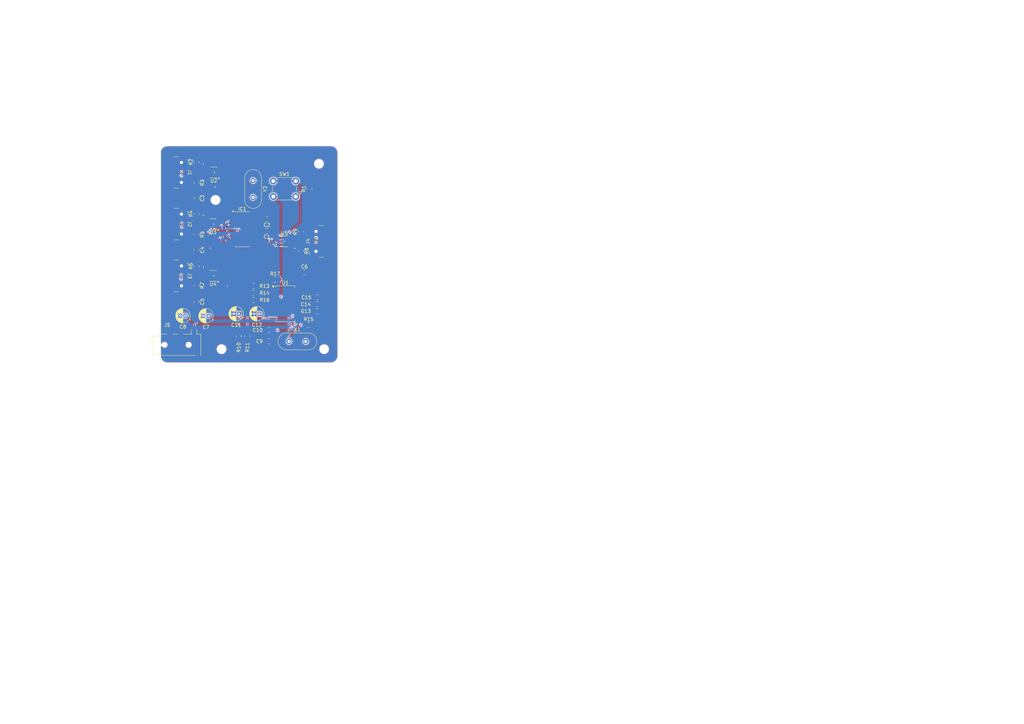
<source format=kicad_pcb>
(kicad_pcb (version 20241229) (generator "pcbnew") (generator_version "9.0")
  (layers (0 "F.Cu" signal) (2 "B.Cu" signal) (13 "F.Paste" user) (15 "B.Paste" user) (5 "F.SilkS" user "F.Silkscreen") (7 "B.SilkS" user "B.Silkscreen") (1 "F.Mask" user) (3 "B.Mask" user) (25 "Edge.Cuts" user))
  (net 0 "")
  (net 1 "Net-(IC1-VDD33)")
  (net 2 "GND")
  (net 3 "Net-(IC1-VDD18)")
  (net 4 "+5V")
  (net 5 "Net-(U1-VOUTL)")
  (net 6 "/L_Out")
  (net 7 "Net-(U1-VOUTR)")
  (net 8 "/R_Out")
  (net 9 "Net-(U1-XTI)")
  (net 10 "Net-(U1-XTO)")
  (net 11 "Net-(U1-VCCCI)")
  (net 12 "Net-(U1-VCOM)")
  (net 13 "Net-(U1-VCCP1I)")
  (net 14 "Net-(U1-VCCP2I)")
  (net 15 "Net-(U1-VCCXI)")
  (net 16 "/D3-")
  (net 17 "/D2+")
  (net 18 "/D3+")
  (net 19 "Net-(IC1-XOUT)")
  (net 20 "/D_In+")
  (net 21 "/D1-")
  (net 22 "/D_In-")
  (net 23 "/D_DAC-")
  (net 24 "/D_DAC+")
  (net 25 "Net-(IC1-XIN)")
  (net 26 "/D2-")
  (net 27 "/D1+")
  (net 28 "/D1_Mid-")
  (net 29 "Net-(J1-CC2)")
  (net 30 "Net-(J1-CC1)")
  (net 31 "/D1_Mid+")
  (net 32 "/D2_Mid+")
  (net 33 "/D2_Mid-")
  (net 34 "Net-(J2-CC2)")
  (net 35 "Net-(J2-CC1)")
  (net 36 "/D3_Mid+")
  (net 37 "/D3_Mid-")
  (net 38 "Net-(J3-CC2)")
  (net 39 "Net-(J3-CC1)")
  (net 40 "/D_In_Mid-")
  (net 41 "Net-(J4-CC2)")
  (net 42 "Net-(J4-CC1)")
  (net 43 "/Mute")
  (net 44 "Net-(U1-D+)")
  (net 45 "Net-(U1-D-)")
  (net 46 "Net-(U1-VBUS)")
  (net 47 "Net-(U1-SEL0)")
  (net 61 "/D_In_Mid+")
  (net 63 "Net-(U1-VINL)")
  (net 64 "Net-(U1-VINR)")
  (footprint "Package_TO_SOT_SMD:SOT-23-6" (layer "F.Cu") (at 62 50 180)
    (property "Reference" "U2")
    (property "Value" "USBLC6-2SC6")
  )
  (footprint "Connector_USB:USB_C_Receptacle_GCT_USB4110" (layer "F.Cu") (at 94.29 70 90)
    (property "Reference" "J4")
    (property "Value" "USB_C_Receptacle_USB2.0_16P")
  )
  (footprint "Resistor_SMD:R_0805_2012Metric_Pad1.20x1.40mm_HandSolder" (layer "F.Cu") (at 57 62 90)
    (property "Reference" "R4")
    (property "Value" "56k")
  )
  (footprint "Capacitor_THT:CP_Radial_D4.0mm_P1.50mm" (layer "F.Cu") (at 75.25 91 180)
    (property "Reference" "C12")
    (property "Value" "10uF")
  )
  (footprint "Capacitor_SMD:C_0805_2012Metric_Pad1.18x1.45mm_HandSolder" (layer "F.Cu") (at 57 87.5 -90)
    (property "Reference" "C5")
    (property "Value" "10uF")
  )
  (footprint "Capacitor_SMD:C_0805_2012Metric_Pad1.18x1.45mm_HandSolder" (layer "F.Cu") (at 88.29 79)
    (property "Reference" "C6")
    (property "Value" "10uF")
  )
  (footprint "Package_SO:SSOP-28_5.3x10.2mm_P0.65mm" (layer "F.Cu") (at 82.75 88.075)
    (property "Reference" "U1")
    (property "Value" "PCM2902")
  )
  (footprint "Resistor_SMD:R_0805_2012Metric_Pad1.20x1.40mm_HandSolder" (layer "F.Cu") (at 89.75 54.75 90)
    (property "Reference" "R1")
    (property "Value" "10k")
  )
  (footprint "Resistor_SMD:R_0805_2012Metric_Pad1.20x1.40mm_HandSolder" (layer "F.Cu") (at 57 77.2 90)
    (property "Reference" "R6")
    (property "Value" "56k")
  )
  (footprint "Capacitor_SMD:C_0805_2012Metric_Pad1.18x1.45mm_HandSolder" (layer "F.Cu") (at 77.4 67 180)
    (property "Reference" "C1")
    (property "Value" "10uF")
  )
  (footprint "Resistor_SMD:R_0805_2012Metric_Pad1.20x1.40mm_HandSolder" (layer "F.Cu") (at 57 47 90)
    (property "Reference" "R2")
    (property "Value" "56k")
  )
  (footprint "Resistor_SMD:R_0805_2012Metric_Pad1.20x1.40mm_HandSolder" (layer "F.Cu") (at 57 53 -90)
    (property "Reference" "R3")
    (property "Value" "56k")
  )
  (footprint "Resistor_SMD:R_0805_2012Metric_Pad1.20x1.40mm_HandSolder" (layer "F.Cu") (at 57 82.8 -90)
    (property "Reference" "R7")
    (property "Value" "56k")
  )
  (footprint "Resistor_SMD:R_0805_2012Metric_Pad1.20x1.40mm_HandSolder" (layer "F.Cu") (at 69.25 97.5 90)
    (property "Reference" "R10")
    (property "Value" "10k")
  )
  (footprint "Capacitor_THT:CP_Radial_D4.0mm_P1.50mm" (layer "F.Cu") (at 60.5 91.6 180)
    (property "Reference" "C7")
    (property "Value" "10uF")
  )
  (footprint "Capacitor_SMD:C_0805_2012Metric_Pad1.18x1.45mm_HandSolder" (layer "F.Cu") (at 78 99 180)
    (property "Reference" "C9")
    (property "Value" "10pF")
  )
  (footprint "Connector_USB:USB_C_Receptacle_GCT_USB4110" (layer "F.Cu") (at 50 80 -90)
    (property "Reference" "J3")
    (property "Value" "USB_C_Receptacle_USB2.0_16P")
  )
  (footprint "Resistor_SMD:R_0805_2012Metric_Pad1.20x1.40mm_HandSolder" (layer "F.Cu") (at 71.75 97.5 -90)
    (property "Reference" "R11")
    (property "Value" "10k")
  )
  (footprint "Package_TO_SOT_SMD:SOT-23-6" (layer "F.Cu") (at 82.49 70)
    (property "Reference" "U5")
    (property "Value" "USBLC6-2SC6")
  )
  (footprint "Resistor_SMD:R_0805_2012Metric_Pad1.20x1.40mm_HandSolder" (layer "F.Cu") (at 79.78 81.055)
    (property "Reference" "R17")
    (property "Value" "1.5k")
  )
  (footprint "Capacitor_THT:CP_Radial_D4.0mm_P1.50mm" (layer "F.Cu") (at 53.8 91.55 180)
    (property "Reference" "C8")
    (property "Value" "10uF")
  )
  (footprint "Connector_Audio:Jack_3.5mm_PJ320D_Horizontal" (layer "F.Cu") (at 52.5 100)
    (property "Reference" "J5")
    (property "Value" "AudioJack4")
  )
  (footprint "Resistor_SMD:R_0805_2012Metric_Pad1.20x1.40mm_HandSolder" (layer "F.Cu") (at 87.29 72.8 -90)
    (property "Reference" "R8")
    (property "Value" "5.1k")
  )
  (footprint "Resistor_SMD:R_0805_2012Metric_Pad1.20x1.40mm_HandSolder" (layer "F.Cu") (at 73.5 87)
    (property "Reference" "R16")
    (property "Value" "2.2")
  )
  (footprint "Connector_USB:USB_C_Receptacle_GCT_USB4110" (layer "F.Cu") (at 50 50 -90)
    (property "Reference" "J1")
    (property "Value" "USB_C_Receptacle_USB2.0_16P")
  )
  (footprint "Resistor_SMD:R_0805_2012Metric_Pad1.20x1.40mm_HandSolder" (layer "F.Cu") (at 73.5 82.975)
    (property "Reference" "R13")
    (property "Value" "22")
  )
  (footprint "Capacitor_SMD:C_0805_2012Metric_Pad1.18x1.45mm_HandSolder" (layer "F.Cu") (at 92.05 86.25)
    (property "Reference" "C15")
    (property "Value" "1uF")
  )
  (footprint "Resistor_SMD:R_0805_2012Metric_Pad1.20x1.40mm_HandSolder" (layer "F.Cu") (at 89.5 94.25)
    (property "Reference" "R15")
    (property "Value" "22")
  )
  (footprint "Package_TO_SOT_SMD:SOT-23-6" (layer "F.Cu") (at 61.8 80 180)
    (property "Reference" "U4")
    (property "Value" "USBLC6-2SC6")
  )
  (footprint "Resistor_SMD:R_0805_2012Metric_Pad1.20x1.40mm_HandSolder" (layer "F.Cu") (at 73.5 84.975)
    (property "Reference" "R14")
    (property "Value" "22")
  )
  (footprint "Button_Switch_THT:SW_PUSH_6mm_H7.3mm" (layer "F.Cu") (at 79.25 52.5)
    (property "Reference" "SW1")
    (property "Value" "Mute_button")
  )
  (footprint "Capacitor_SMD:C_0805_2012Metric_Pad1.18x1.45mm_HandSolder" (layer "F.Cu") (at 78 95.75 180)
    (property "Reference" "C10")
    (property "Value" "10pF")
  )
  (footprint "Capacitor_SMD:C_0805_2012Metric_Pad1.18x1.45mm_HandSolder" (layer "F.Cu") (at 57 72.5 -90)
    (property "Reference" "C4")
    (property "Value" "10uF")
  )
  (footprint "Resistor_SMD:R_0805_2012Metric_Pad1.20x1.40mm_HandSolder" (layer "F.Cu") (at 57 68 -90)
    (property "Reference" "R5")
    (property "Value" "56k")
  )
  (footprint "Capacitor_SMD:C_0805_2012Metric_Pad1.18x1.45mm_HandSolder" (layer "F.Cu") (at 57 57.5 -90)
    (property "Reference" "C3")
    (property "Value" "10uF")
  )
  (footprint "Resistor_SMD:R_0805_2012Metric_Pad1.20x1.40mm_HandSolder" (layer "F.Cu") (at 87.29 67.2 90)
    (property "Reference" "R9")
    (property "Value" "5.1k")
  )
  (footprint "Capacitor_SMD:C_0805_2012Metric_Pad1.18x1.45mm_HandSolder" (layer "F.Cu") (at 92 90.25)
    (property "Reference" "C13")
    (property "Value" "1uF")
  )
  (footprint "Capacitor_SMD:C_0805_2012Metric_Pad1.18x1.45mm_HandSolder" (layer "F.Cu") (at 77.4 63.6 180)
    (property "Reference" "C2")
    (property "Value" "10uF")
  )
  (footprint "Package_TO_SOT_SMD:SOT-23-6" (layer "F.Cu") (at 61.8 65 180)
    (property "Reference" "U3")
    (property "Value" "USBLC6-2SC6")
  )
  (footprint "Package_SO:STC_SOP-16_3.9x9.9mm_P1.27mm" (layer "F.Cu") (at 70.25 66.5)
    (property "Reference" "IC1")
    (property "Value" "SL2.1A")
  )
  (footprint "Capacitor_THT:CP_Radial_D4.0mm_P1.50mm" (layer "F.Cu") (at 69.25 91 180)
    (property "Reference" "C11")
    (property "Value" "10uF")
  )
  (footprint "Capacitor_SMD:C_0805_2012Metric_Pad1.18x1.45mm_HandSolder" (layer "F.Cu") (at 92 88.25)
    (property "Reference" "C14")
    (property "Value" "1uF")
  )
  (footprint "Crystal:Crystal_HC49-4H_Vertical" (layer "F.Cu") (at 73.4 52.36 -90)
    (property "Reference" "Y2")
    (property "Value" "12MHz")
  )
  (footprint "Connector_USB:USB_C_Receptacle_GCT_USB4110" (layer "F.Cu") (at 50 65 -90)
    (property "Reference" "J2")
    (property "Value" "USB_C_Receptacle_USB2.0_16P")
  )
  (footprint "Crystal:Crystal_HC49-4H_Vertical" (layer "F.Cu") (at 83.81 99.025)
    (property "Reference" "Y1")
    (property "Value" "12MHz")
  )
  (gr_circle (center 62.5 58) (end 63.75 58) (stroke (width 0.05)) (fill no) (layer "Edge.Cuts"))
  (gr_line (start 96 42.25) (end 48.5 42.25) (stroke (width 0.05)) (layer "Edge.Cuts"))
  (gr_arc (start 98 103.25) (mid 97.414214 104.664214) (end 96 105.25) (stroke (width 0.05)) (layer "Edge.Cuts"))
  (gr_line (start 98 103.25) (end 98 44.25) (stroke (width 0.05)) (layer "Edge.Cuts"))
  (gr_arc (start 96 42.25) (mid 97.414214 42.835786) (end 98 44.25) (stroke (width 0.05)) (layer "Edge.Cuts"))
  (gr_circle (center 92.5 47.5) (end 91.25 47.5) (stroke (width 0.05)) (fill no) (layer "Edge.Cuts"))
  (gr_arc (start 48.5 105.25) (mid 47.085786 104.664214) (end 46.5 103.25) (stroke (width 0.05)) (layer "Edge.Cuts"))
  (gr_arc (start 46.5 44.25) (mid 47.085786 42.835786) (end 48.5 42.25) (stroke (width 0.05)) (layer "Edge.Cuts"))
  (gr_circle (center 64.25 101.25) (end 65.5 101.25) (stroke (width 0.05)) (fill no) (layer "Edge.Cuts"))
  (gr_circle (center 94 101.25) (end 95.25 101.25) (stroke (width 0.05)) (fill no) (layer "Edge.Cuts"))
  (gr_line (start 46.5 44.25) (end 46.5 103.25) (stroke (width 0.05)) (layer "Edge.Cuts"))
  (gr_line (start 48.5 105.25) (end 96 105.25) (stroke (width 0.05)) (layer "Edge.Cuts"))
  (segment (start 75.2275 65.865) (end 76.3625 67) (width 0.2) (layer "F.Cu") (net 1))
  (segment (start 72.9 65.865) (end 75.2275 65.865) (width 0.2) (layer "F.Cu") (net 1))
  (segment (start 62.9375 65) (end 62.006919 65) (width 0.2) (layer "F.Cu") (net 2))
  (segment (start 63.1375 50) (end 62.206918 50) (width 0.2) (layer "F.Cu") (net 2))
  (segment (start 81.3525 70) (end 82.424502 70) (width 0.2) (layer "F.Cu") (net 2))
  (segment (start 62.9375 80) (end 62.006918 79.999999) (width 0.2) (layer "F.Cu") (net 2))
  (via (at 62.206918 50) (size 0.6) (drill 0.3) (layers "F.Cu" "B.Cu") (net 2))
  (via (at 66 83) (size 0.6) (drill 0.3) (layers "F.Cu" "B.Cu") (net 2))
  (via (at 61 72) (size 0.6) (drill 0.3) (layers "F.Cu" "B.Cu") (net 2))
  (via (at 62.5 54.25) (size 0.6) (drill 0.3) (layers "F.Cu" "B.Cu") (net 2))
  (via (at 59 47.5) (size 0.6) (drill 0.3) (layers "F.Cu" "B.Cu") (net 2))
  (via (at 59 67.5) (size 0.6) (drill 0.3) (layers "F.Cu" "B.Cu") (net 2))
  (via (at 85.5 68) (size 0.6) (drill 0.3) (layers "F.Cu" "B.Cu") (net 2))
  (via (at 87.875 90.35) (size 0.6) (drill 0.3) (layers "F.Cu" "B.Cu") (net 2))
  (via (at 59 52.5) (size 0.6) (drill 0.3) (layers "F.Cu" "B.Cu") (net 2))
  (via (at 62.006918 79.999999) (size 0.6) (drill 0.3) (layers "F.Cu" "B.Cu") (net 2))
  (via (at 59 82.5) (size 0.6) (drill 0.3) (layers "F.Cu" "B.Cu") (net 2))
  (via (at 59 62.5) (size 0.6) (drill 0.3) (layers "F.Cu" "B.Cu") (net 2))
  (via (at 59 77.5) (size 0.6) (drill 0.3) (layers "F.Cu" "B.Cu") (net 2))
  (via (at 82.424502 70) (size 0.6) (drill 0.3) (layers "F.Cu" "B.Cu") (net 2))
  (via (at 85.5 72) (size 0.6) (drill 0.3) (layers "F.Cu" "B.Cu") (net 2))
  (via (at 62.006919 65) (size 0.6) (drill 0.3) (layers "F.Cu" "B.Cu") (net 2))
  (segment (start 75.3675 64.595) (end 76.3625 63.6) (width 0.2) (layer "F.Cu") (net 3))
  (segment (start 72.9 64.595) (end 75.3675 64.595) (width 0.2) (layer "F.Cu") (net 3))
  (segment (start 61.676 64.411679) (end 61.087679 65) (width 0.3) (layer "F.Cu") (net 4))
  (segment (start 61.676 63.688323) (end 61.676 64.411679) (width 0.3) (layer "F.Cu") (net 4))
  (segment (start 61.876 49.411679) (end 61.287679 50) (width 0.3) (layer "F.Cu") (net 4))
  (segment (start 61.676 79.411679) (end 61.087679 80) (width 0.3) (layer "F.Cu") (net 4))
  (segment (start 84.074032 67.299) (end 82.664 68.709032) (width 0.2) (layer "F.Cu") (net 4))
  (segment (start 55.5 59.5) (end 57 61) (width 0.3) (layer "F.Cu") (net 4))
  (segment (start 82.664 70.609032) (end 83.273032 70) (width 0.2) (layer "F.Cu") (net 4))
  (segment (start 82.664 69.390968) (end 83.273032 70) (width 0.2) (layer "F.Cu") (net 4))
  (segment (start 55.451 47.549) (end 57 46) (width 0.3) (layer "F.Cu") (net 4))
  (segment (start 57 83.8) (end 57 86.4625) (width 0.5) (layer "F.Cu") (net 4))
  (segment (start 62.387677 87) (end 72.5 87) (width 0.5) (layer "F.Cu") (net 4))
  (segment (start 53.68 67.4) (end 55.4 67.4) (width 0.3) (layer "F.Cu") (net 4))
  (segment (start 53.68 47.6) (end 53.731 47.549) (width 0.3) (layer "F.Cu") (net 4))
  (segment (start 55.4 67.4) (end 57 69) (width 0.3) (layer "F.Cu") (net 4))
  (segment (start 72.9 68.405) (end 71.005 68.405) (width 0.5) (layer "F.Cu") (net 4))
  (segment (start 88.291 77.9615) (end 88.291 73.699) (width 0.2) (layer "F.Cu") (net 4))
  (segment (start 83.273032 70) (end 83.6275 70) (width 0.2) (layer "F.Cu") (net 4))
  (segment (start 88.291 73.699) (end 89.59 72.4) (width 0.2) (layer "F.Cu") (net 4))
  (segment (start 57 69) (end 58.987677 69) (width 0.5) (layer "F.Cu") (net 4))
  (segment (start 57 83.8) (end 59.187677 83.8) (width 0.3) (layer "F.Cu") (net 4))
  (segment (start 59.187677 76.2) (end 61.676 78.688323) (width 0.3) (layer "F.Cu") (net 4))
  (segment (start 79.9 68) (end 79.495 68.405) (width 0.2) (layer "F.Cu") (net 4))
  (segment (start 55.824 72.6385) (end 57 71.4625) (width 0.5) (layer "F.Cu") (net 4))
  (segment (start 53.68 77.6) (end 55.6 77.6) (width 0.3) (layer "F.Cu") (net 4))
  (segment (start 61.876 51.311677) (end 61.876 50.588321) (width 0.3) (layer "F.Cu") (net 4))
  (segment (start 55.6 82.4) (end 57 83.8) (width 0.3) (layer "F.Cu") (net 4))
  (segment (start 57 56.4625) (end 55.5 57.9625) (width 0.3) (layer "F.Cu") (net 4))
  (segment (start 89.59 72.4) (end 90.61 72.4) (width 0.2) (layer "F.Cu") (net 4))
  (segment (start 83.473032 67.9) (end 83.373032 68) (width 0.2) (layer "F.Cu") (net 4))
  (segment (start 57 61) (end 58.987677 61) (width 0.3) (layer "F.Cu") (net 4))
  (segment (start 83.373032 68) (end 79.9 68) (width 0.2) (layer "F.Cu") (net 4))
  (segment (start 87.2525 79) (end 88.291 77.9615) (width 0.2) (layer "F.Cu") (net 4))
  (segment (start 85.75 52.5) (end 79.25 52.5) (width 0.3) (layer "F.Cu") (net 4))
  (segment (start 61.087679 80) (end 60.6625 80) (width 0.3) (layer "F.Cu") (net 4))
  (segment (start 61.676 78.688323) (end 61.676 79) (width 0.3) (layer "F.Cu") (net 4))
  (segment (start 87.97516 72.701) (end 84.074032 72.701) (width 0.2) (layer "F.Cu") (net 4))
  (segment (start 57 76.2) (end 59.187677 76.2) (width 0.3) (layer "F.Cu") (net 4))
  (segment (start 61.087679 65) (end 60.6625 65) (width 0.3) (layer "F.Cu") (net 4))
  (segment (start 55.5 57.9625) (end 55.5 59.5) (width 0.3) (layer "F.Cu") (net 4))
  (segment (start 61.676 65.588321) (end 61.087679 65) (width 0.3) (layer "F.Cu") (net 4))
  (segment (start 55.4 62.6) (end 57 61) (width 0.3) (layer "F.Cu") (net 4))
  (segment (start 57 46) (end 59.187677 46) (width 0.3) (layer "F.Cu") (net 4))
  (segment (start 59.187677 83.8) (end 61.676 81.311677) (width 0.3) (layer "F.Cu") (net 4))
  (segment (start 53.68 52.4) (end 55.4 52.4) (width 0.3) (layer "F.Cu") (net 4))
  (segment (start 84.074032 72.701) (end 82.664 71.290968) (width 0.2) (layer "F.Cu") (net 4))
  (segment (start 53.731 47.549) (end 55.451 47.549) (width 0.3) (layer "F.Cu") (net 4))
  (segment (start 57 54) (end 57 56.4625) (width 0.3) (layer "F.Cu") (net 4))
  (segment (start 55.4 52.4) (end 57 54) (width 0.3) (layer "F.Cu") (net 4))
  (segment (start 82.664 68.709032) (end 82.664 69.390968) (width 0.2) (layer "F.Cu") (net 4))
  (segment (start 88.44487 67.6) (end 88.14387 67.299) (width 0.2) (layer "F.Cu") (net 4))
  (segment (start 58.987677 61) (end 61.676 63.688323) (width 0.3) (layer "F.Cu") (net 4))
  (segment (start 59.187677 46) (end 61.876 48.688323) (width 0.3) (layer "F.Cu") (net 4))
  (segment (start 55.824 75.024) (end 55.824 72.6385) (width 0.5) (layer "F.Cu") (net 4))
  (segment (start 88.27616 72.4) (end 87.97516 72.701) (width 0.2) (layer "F.Cu") (net 4))
  (segment (start 57 54) (end 59.187677 54) (width 0.3) (layer "F.Cu") (net 4))
  (segment (start 57 71.4625) (end 57 69) (width 0.5) (layer "F.Cu") (net 4))
  (segment (start 61.676 81.311677) (end 61.676 80.588321) (width 0.3) (layer "F.Cu") (net 4))
  (segment (start 61.676 80.588321) (end 61.087679 80) (width 0.3) (layer "F.Cu") (net 4))
  (segment (start 57 76.2) (end 55.824 75.024) (width 0.5) (layer "F.Cu") (net 4))
  (segment (start 60.593838 67.393838) (end 61.676 66.311677) (width 0.3) (layer "F.Cu") (net 4))
  (segment (start 58.987677 69) (end 60.593838 67.393838) (width 0.5) (layer "F.Cu") (net 4))
  (segment (start 71.005 68.405) (end 69.2 66.6) (width 0.5) (layer "F.Cu") (net 4))
  (segment (start 90.61 67.6) (end 88.44487 67.6) (width 0.2) (layer "F.Cu") (net 4))
  (segment (start 79.495 68.405) (end 72.9 68.405) (width 0.2) (layer "F.Cu") (net 4))
  (segment (start 61.676 66.311677) (end 61.676 65.588321) (width 0.3) (layer "F.Cu") (net 4))
  (segment (start 61.287679 50) (end 60.8625 50) (width 0.3) (layer "F.Cu") (net 4))
  (segment (start 82.664 71.290968) (end 82.664 70.609032) (width 0.2) (layer "F.Cu") (net 4))
  (segment (start 90.61 72.4) (end 88.27616 72.4) (width 0.2) (layer "F.Cu") (net 4))
  (segment (start 61.876 48.688323) (end 61.876 49.411679) (width 0.3) (layer "F.Cu") (net 4))
  (segment (start 53.68 82.4) (end 55.6 82.4) (width 0.3) (layer "F.Cu") (net 4))
  (segment (start 61.876 50.588321) (end 61.287679 50) (width 0.3) (layer "F.Cu") (net 4))
  (segment (start 53.68 62.6) (end 55.4 62.6) (width 0.3) (layer "F.Cu") (net 4))
  (segment (start 59.187677 83.8) (end 62.387677 87) (width 0.5) (layer "F.Cu") (net 4))
  (segment (start 55.6 77.6) (end 57 76.2) (width 0.3) (layer "F.Cu") (net 4))
  (segment (start 59.187677 54) (end 61.876 51.311677) (width 0.3) (layer "F.Cu") (net 4))
  (segment (start 61.676 79) (end 61.676 79.411679) (width 0.3) (layer "F.Cu") (net 4))
  (segment (start 88.14387 67.299) (end 84.074032 67.299) (width 0.2) (layer "F.Cu") (net 4))
  (via (at 84.074032 67.299) (size 0.6) (drill 0.3) (layers "F.Cu" "B.Cu") (net 4))
  (via (at 69.2 66.6) (size 0.6) (drill 0.3) (layers "F.Cu" "B.Cu") (net 4))
  (via (at 60.593838 67.393838) (size 0.6) (drill 0.3) (layers "F.Cu" "B.Cu") (net 4))
  (segment (start 85.75 52.5) (end 87.101 53.851) (width 0.3) (layer "B.Cu") (net 4))
  (segment (start 87.101 64.272032) (end 84.074032 67.299) (width 0.3) (layer "B.Cu") (net 4))
  (segment (start 61.387676 66.6) (end 60.593838 67.393838) (width 0.5) (layer "B.Cu") (net 4))
  (segment (start 87.101 53.851) (end 87.101 64.272032) (width 0.3) (layer "B.Cu") (net 4))
  (segment (start 69.2 66.6) (end 61.387676 66.6) (width 0.5) (layer "B.Cu") (net 4))
  (segment (start 84.85 91.65) (end 86.25 91.65) (width 0.2) (layer "F.Cu") (net 5))
  (via (at 84.85 91.65) (size 0.6) (drill 0.3) (layers "F.Cu" "B.Cu") (net 5))
  (segment (start 60.5 91.6) (end 61.1 92.2) (width 0.2) (layer "B.Cu") (net 5))
  (segment (start 61.1 92.2) (end 84.3 92.2) (width 0.2) (layer "B.Cu") (net 5))
  (segment (start 84.3 92.2) (end 84.85 91.65) (width 0.2) (layer "B.Cu") (net 5))
  (segment (start 56.325 94.275) (end 56.325 96.75) (width 0.2) (layer "F.Cu") (net 6))
  (segment (start 59 91.6) (end 56.325 94.275) (width 0.2) (layer "F.Cu") (net 6))
  (segment (start 85.6 94) (end 86.25 93.35) (width 0.2) (layer "F.Cu") (net 7))
  (segment (start 86.25 93.35) (end 86.25 92.3) (width 0.2) (layer "F.Cu") (net 7))
  (via (at 85.6 94) (size 0.6) (drill 0.3) (layers "F.Cu" "B.Cu") (net 7))
  (segment (start 56.25 94) (end 53.8 91.55) (width 0.2) (layer "B.Cu") (net 7))
  (segment (start 85.6 94) (end 56.25 94) (width 0.2) (layer "B.Cu") (net 7))
  (segment (start 52.3 91.55) (end 52.3 96.725) (width 0.2) (layer "F.Cu") (net 8))
  (segment (start 52.3 96.725) (end 52.325 96.75) (width 0.2) (layer "F.Cu") (net 8))
  (segment (start 87.25 94.25) (end 88.5 94.25) (width 0.2) (layer "F.Cu") (net 9))
  (segment (start 83.81 89.97013) (end 85.38013 88.4) (width 0.2) (layer "F.Cu") (net 9))
  (segment (start 79.0375 99) (end 83.785 99) (width 0.2) (layer "F.Cu") (net 9))
  (segment (start 85.38013 88.4) (end 86.25 88.4) (width 0.2) (layer "F.Cu") (net 9))
  (segment (start 83.785 99) (end 83.81 99.025) (width 0.2) (layer "F.Cu") (net 9))
  (segment (start 83.81 99.025) (end 83.81 89.97013) (width 0.2) (layer "F.Cu") (net 9))
  (via (at 87.25 94.25) (size 0.6) (drill 0.3) (layers "F.Cu" "B.Cu") (net 9))
  (segment (start 83.81 97.69) (end 87.25 94.25) (width 0.2) (layer "B.Cu") (net 9))
  (segment (start 83.81 99.025) (end 83.81 97.69) (width 0.2) (layer "B.Cu") (net 9))
  (segment (start 84.5825 94.9175) (end 84.25 94.585) (width 0.2) (layer "F.Cu") (net 10))
  (segment (start 84.25 94.585) (end 84.25 90.100001) (width 0.2) (layer "F.Cu") (net 10))
  (segment (start 84.25 90.100001) (end 85.300001 89.05) (width 0.2) (layer "F.Cu") (net 10))
  (segment (start 88.69 99.025) (end 84.5825 94.9175) (width 0.2) (layer "F.Cu") (net 10))
  (segment (start 90.5 97.215) (end 88.69 99.025) (width 0.2) (layer "F.Cu") (net 10))
  (segment (start 79.0375 95.75) (end 80.5 95.75) (width 0.2) (layer "F.Cu") (net 10))
  (segment (start 85.300001 89.05) (end 86.25 89.05) (width 0.2) (layer "F.Cu") (net 10))
  (segment (start 90.5 94.25) (end 90.5 97.215) (width 0.2) (layer "F.Cu") (net 10))
  (via (at 84.5825 94.9175) (size 0.6) (drill 0.3) (layers "F.Cu" "B.Cu") (net 10))
  (via (at 80.5 95.75) (size 0.6) (drill 0.3) (layers "F.Cu" "B.Cu") (net 10))
  (segment (start 84.5825 94.9175) (end 83.75 95.75) (width 0.2) (layer "B.Cu") (net 10))
  (segment (start 83.75 95.75) (end 80.5 95.75) (width 0.2) (layer "B.Cu") (net 10))
  (segment (start 77.7 89.7) (end 79.25 89.7) (width 0.2) (layer "F.Cu") (net 11))
  (segment (start 76.5 88.5) (end 77.7 89.7) (width 0.2) (layer "F.Cu") (net 11))
  (segment (start 69.75 91) (end 72.25 88.5) (width 0.2) (layer "F.Cu") (net 11))
  (segment (start 69.25 91) (end 69.75 91) (width 0.2) (layer "F.Cu") (net 11))
  (segment (start 72.25 88.5) (end 76.5 88.5) (width 0.2) (layer "F.Cu") (net 11))
  (segment (start 76.55 92.3) (end 79.25 92.3) (width 0.2) (layer "F.Cu") (net 12))
  (segment (start 75.25 91) (end 76.55 92.3) (width 0.2) (layer "F.Cu") (net 12))
  (segment (start 90.9625 90.25) (end 90.2125 91) (width 0.2) (layer "F.Cu") (net 13))
  (segment (start 90.2125 91) (end 86.25 91) (width 0.2) (layer "F.Cu") (net 13))
  (segment (start 90.9625 88.25) (end 89.5125 89.7) (width 0.2) (layer "F.Cu") (net 14))
  (segment (start 89.5125 89.7) (end 86.25 89.7) (width 0.2) (layer "F.Cu") (net 14))
  (segment (start 91.0125 86.25) (end 90.1625 87.1) (width 0.2) (layer "F.Cu") (net 15))
  (segment (start 90.1625 87.1) (end 86.25 87.1) (width 0.2) (layer "F.Cu") (net 15))
  (segment (start 64.643847 69.916153) (end 65.31 69.25) (width 0.77) (layer "F.Cu") (net 16))
  (segment (start 64.636153 69.916153) (end 64.643847 69.916153) (width 0.77) (layer "F.Cu") (net 16))
  (segment (start 65.31 68.253974) (end 66.428974 67.135) (width 0.77) (layer "F.Cu") (net 16))
  (segment (start 63.86 70.692306) (end 64.636153 69.916153) (width 0.77) (layer "F.Cu") (net 16))
  (segment (start 64.186 78.658159) (end 63.86 78.332159) (width 0.77) (layer "F.Cu") (net 16))
  (segment (start 64.186 80.459018) (end 64.186 78.658159) (width 0.77) (layer "F.Cu") (net 16))
  (segment (start 63.86 78.332159) (end 63.86 70.692306) (width 0.77) (layer "F.Cu") (net 16))
  (segment (start 66.428974 67.135) (end 67.6 67.135) (width 0.77) (layer "F.Cu") (net 16))
  (segment (start 62.9375 80.949999) (end 63.001499 80.886) (width 0.77) (layer "F.Cu") (net 16))
  (segment (start 65.31 69.25) (end 65.31 68.253974) (width 0.77) (layer "F.Cu") (net 16))
  (segment (start 63.001499 80.886) (end 63.759018 80.886) (width 0.77) (layer "F.Cu") (net 16))
  (segment (start 63.759018 80.886) (end 64.186 80.459018) (width 0.77) (layer "F.Cu") (net 16))
  (segment (start 64.050001 64.050001) (end 65.865 65.865) (width 0.77) (layer "F.Cu") (net 17))
  (segment (start 65.865 65.865) (end 67.6 65.865) (width 0.77) (layer "F.Cu") (net 17))
  (segment (start 62.9375 64.050001) (end 64.050001 64.050001) (width 0.77) (layer "F.Cu") (net 17))
  (segment (start 62.9375 70.310194) (end 63.983847 69.263847) (width 0.77) (layer "F.Cu") (net 18))
  (segment (start 66.45 68.42) (end 67.585 68.42) (width 0.77) (layer "F.Cu") (net 18))
  (segment (start 67.585 68.42) (end 67.6 68.405) (width 0.77) (layer "F.Cu") (net 18))
  (segment (start 62.9375 79.050001) (end 62.9375 77.593697) (width 0.77) (layer "F.Cu") (net 18))
  (segment (start 62.9375 77.593697) (end 62.9375 71.354044) (width 0.77) (layer "F.Cu") (net 18))
  (segment (start 62.9375 71.354044) (end 62.9375 70.310194) (width 0.77) (layer "F.Cu") (net 18))
  (via (at 63.983847 69.263847) (size 0.6) (drill 0.3) (layers "F.Cu" "B.Cu") (net 18))
  (via (at 66.45 68.42) (size 0.6) (drill 0.3) (layers "F.Cu" "B.Cu") (net 18))
  (segment (start 65.606153 69.263847) (end 66.45 68.42) (width 0.77) (layer "B.Cu") (net 18))
  (segment (start 63.983847 69.263847) (end 65.606153 69.263847) (width 0.77) (layer "B.Cu") (net 18))
  (segment (start 73.699999 63.325) (end 72.9 63.325) (width 0.2) (layer "F.Cu") (net 19))
  (segment (start 73.4 57.24) (end 74.15 57.99) (width 0.2) (layer "F.Cu") (net 19))
  (segment (start 74.15 57.99) (end 74.15 62.874999) (width 0.2) (layer "F.Cu") (net 19))
  (segment (start 74.15 62.874999) (end 73.699999 63.325) (width 0.2) (layer "F.Cu") (net 19))
  (segment (start 80.06 70.96) (end 81.3425 70.96) (width 0.77) (layer "F.Cu") (net 20))
  (segment (start 78.09 69.84875) (end 78.09 69.84) (width 0.77) (layer "F.Cu") (net 20))
  (segment (start 74.273751 69.84875) (end 78.09 69.84875) (width 0.77) (layer "F.Cu") (net 20))
  (segment (start 74.100001 69.675) (end 74.273751 69.84875) (width 0.77) (layer "F.Cu") (net 20))
  (segment (start 72.9 69.675) (end 74.100001 69.675) (width 0.77) (layer "F.Cu") (net 20))
  (segment (start 81.3425 70.96) (end 81.3525 70.95) (width 0.77) (layer "F.Cu") (net 20))
  (via (at 78.09 69.84) (size 0.6) (drill 0.3) (layers "F.Cu" "B.Cu") (net 20))
  (via (at 80.06 70.96) (size 0.6) (drill 0.3) (layers "F.Cu" "B.Cu") (net 20))
  (segment (start 78.09 69.84) (end 78.94 69.84) (width 0.77) (layer "B.Cu") (net 20))
  (segment (start 78.94 69.84) (end 80.06 70.96) (width 0.77) (layer "B.Cu") (net 20))
  (segment (start 67.6 60.505967) (end 67.6 62.017588) (width 0.77) (layer "F.Cu") (net 21))
  (segment (start 67.6 59.525913) (end 67.6 59.719913) (width 0.77) (layer "F.Cu") (net 21))
  (segment (start 64.200372 52.717801) (end 64.33755 52.854979) (width 0.77) (layer "F.Cu") (net 21))
  (segment (start 63.1375 50.949999) (end 63.730086 50.949999) (width 0.77) (layer "F.Cu") (net 21))
  (segment (start 67.6 54.819913) (end 67.6 55.839913) (width 0.77) (layer "F.Cu") (net 21))
  (segment (start 66.682545 56.615913) (end 66.682545 56.809913) (width 0.77) (layer "F.Cu") (net 21))
  (segment (start 67.6 59.719913) (end 67.6 60.505967) (width 0.77) (layer "F.Cu") (net 21))
  (segment (start 65.572159 54.089588) (end 65.709337 54.226766) (width 0.77) (layer "F.Cu") (net 21))
  (segment (start 67.6 62.017588) (end 67.581294 62.036294) (width 0.77) (layer "F.Cu") (net 21))
  (segment (start 64.886265 52.854979) (end 64.986308 52.754935) (width 0.77) (layer "F.Cu") (net 21))
  (segment (start 65.672203 53.44083) (end 65.572159 53.540873) (width 0.77) (layer "F.Cu") (net 21))
  (segment (start 67.070517 59.137913) (end 67.212 59.137913) (width 0.77) (layer "F.Cu") (net 21))
  (segment (start 65.535023 52.754935) (end 65.672203 52.892116) (width 0.77) (layer "F.Cu") (net 21))
  (segment (start 67.212 58.167913) (end 67.070517 58.167913) (width 0.77) (layer "F.Cu") (net 21))
  (segment (start 64.300416 52.069043) (end 64.200372 52.169086) (width 0.77) (layer "F.Cu") (net 21))
  (segment (start 67.04399 54.263903) (end 67.6 54.819913) (width 0.77) (layer "F.Cu") (net 21))
  (segment (start 67.6 57.585913) (end 67.6 57.779913) (width 0.77) (layer "F.Cu") (net 21))
  (segment (start 66.90681 54.126722) (end 67.04399 54.263903) (width 0.77) (layer "F.Cu") (net 21))
  (segment (start 66.258052 54.226766) (end 66.358095 54.126722) (width 0.77) (layer "F.Cu") (net 21))
  (segment (start 66.682517 58.555913) (end 66.682517 58.749913) (width 0.77) (layer "F.Cu") (net 21))
  (segment (start 67.212 56.227913) (end 67.070545 56.227913) (width 0.77) (layer "F.Cu") (net 21))
  (segment (start 67.070545 57.197913) (end 67.212 57.197913) (width 0.77) (layer "F.Cu") (net 21))
  (segment (start 63.730086 50.949999) (end 64.300416 51.520329) (width 0.77) (layer "F.Cu") (net 21))
  (arc (start 64.33755 52.854979) (mid 64.611908 52.968621) (end 64.886265 52.854979) (width 0.77) (layer "F.Cu") (net 21))
  (arc (start 67.212 59.137913) (mid 67.486357 59.251556) (end 67.6 59.525913) (width 0.77) (layer "F.Cu") (net 21))
  (arc (start 65.672203 52.892116) (mid 65.785845 53.166473) (end 65.672203 53.44083) (width 0.77) (layer "F.Cu") (net 21))
  (arc (start 67.212 57.197913) (mid 67.486357 57.311556) (end 67.6 57.585913) (width 0.77) (layer "F.Cu") (net 21))
  (arc (start 66.682517 58.749913) (mid 66.79616 59.02427) (end 67.070517 59.137913) (width 0.77) (layer "F.Cu") (net 21))
  (arc (start 65.572159 53.540873) (mid 65.458517 53.81523) (end 65.572159 54.089588) (width 0.77) (layer "F.Cu") (net 21))
  (arc (start 64.986308 52.754935) (mid 65.260665 52.641293) (end 65.535023 52.754935) (width 0.77) (layer "F.Cu") (net 21))
  (arc (start 67.070517 58.167913) (mid 66.79616 58.281556) (end 66.682517 58.555913) (width 0.77) (layer "F.Cu") (net 21))
  (arc (start 64.300416 51.520329) (mid 64.414058 51.794686) (end 64.300416 52.069043) (width 0.77) (layer "F.Cu") (net 21))
  (arc (start 67.6 55.839913) (mid 67.486357 56.11427) (end 67.212 56.227913) (width 0.77) (layer "F.Cu") (net 21))
  (arc (start 66.682545 56.809913) (mid 66.796188 57.08427) (end 67.070545 57.197913) (width 0.77) (layer "F.Cu") (net 21))
  (arc (start 67.6 57.779913) (mid 67.486357 58.05427) (end 67.212 58.167913) (width 0.77) (layer "F.Cu") (net 21))
  (arc (start 65.709337 54.226766) (mid 65.983695 54.340408) (end 66.258052 54.226766) (width 0.77) (layer "F.Cu") (net 21))
  (arc (start 67.070545 56.227913) (mid 66.796188 56.341556) (end 66.682545 56.615913) (width 0.77) (layer "F.Cu") (net 21))
  (arc (start 64.200372 52.169086) (mid 64.08673 52.443443) (end 64.200372 52.717801) (width 0.77) (layer "F.Cu") (net 21))
  (arc (start 66.358095 54.126722) (mid 66.632452 54.01308) (end 66.90681 54.126722) (width 0.77) (layer "F.Cu") (net 21))
  (segment (start 72.9 70.945) (end 74.100001 70.945) (width 0.77) (layer "F.Cu") (net 22))
  (segment (start 79.921246 69.328752) (end 80.2 69.05) (width 0.77) (layer "F.Cu") (net 22))
  (segment (start 80.995217 69.05) (end 81.3525 69.05) (width 0.77) (layer "F.Cu") (net 22))
  (segment (start 77.571751 71.38325) (end 77.571751 71.15925) (width 0.77) (layer "F.Cu") (net 22))
  (segment (start 74.100001 70.945) (end 74.234015 70.810986) (width 0.77) (layer "F.Cu") (net 22))
  (segment (start 78.153751 70.77125) (end 78.47875 70.77125) (width 0.77) (layer "F.Cu") (net 22))
  (segment (start 80.2 69.05) (end 80.995217 69.05) (width 0.77) (layer "F.Cu") (net 22))
  (segment (start 76.989751 71.77125) (end 77.183751 71.77125) (width 0.77) (layer "F.Cu") (net 22))
  (segment (start 76.019751 70.77125) (end 76.213751 70.77125) (width 0.77) (layer "F.Cu") (net 22))
  (segment (start 76.601751 71.15925) (end 76.601751 71.38325) (width 0.77) (layer "F.Cu") (net 22))
  (segment (start 75.631751 71.38325) (end 75.631751 71.15925) (width 0.77) (layer "F.Cu") (net 22))
  (segment (start 75.049751 71.77125) (end 75.243751 71.77125) (width 0.77) (layer "F.Cu") (net 22))
  (segment (start 77.959751 70.77125) (end 78.153751 70.77125) (width 0.77) (layer "F.Cu") (net 22))
  (segment (start 78.47875 70.77125) (end 79.921246 69.328752) (width 0.77) (layer "F.Cu") (net 22))
  (segment (start 74.234015 70.810986) (end 74.273751 70.77125) (width 0.77) (layer "F.Cu") (net 22))
  (segment (start 74.661751 71.15925) (end 74.661751 71.38325) (width 0.77) (layer "F.Cu") (net 22))
  (arc (start 76.213751 70.77125) (mid 76.488108 70.884893) (end 76.601751 71.15925) (width 0.77) (layer "F.Cu") (net 22))
  (arc (start 77.571751 71.15925) (mid 77.685394 70.884893) (end 77.959751 70.77125) (width 0.77) (layer "F.Cu") (net 22))
  (arc (start 77.183751 71.77125) (mid 77.458108 71.657607) (end 77.571751 71.38325) (width 0.77) (layer "F.Cu") (net 22))
  (arc (start 74.661751 71.38325) (mid 74.775394 71.657607) (end 75.049751 71.77125) (width 0.77) (layer "F.Cu") (net 22))
  (arc (start 74.273751 70.77125) (mid 74.548108 70.884893) (end 74.661751 71.15925) (width 0.77) (layer "F.Cu") (net 22))
  (arc (start 76.601751 71.38325) (mid 76.715394 71.657607) (end 76.989751 71.77125) (width 0.77) (layer "F.Cu") (net 22))
  (arc (start 75.243751 71.77125) (mid 75.518108 71.657607) (end 75.631751 71.38325) (width 0.77) (layer "F.Cu") (net 22))
  (arc (start 75.631751 71.15925) (mid 75.745394 70.884893) (end 76.019751 70.77125) (width 0.77) (layer "F.Cu") (net 22))
  (segment (start 66.6775 71.782318) (end 66.2615 71.366318) (width 0.77) (layer "F.Cu") (net 23))
  (segment (start 66.653682 70.1315) (end 67.1435 70.1315) (width 0.77) (layer "F.Cu") (net 23))
  (segment (start 67.1435 70.1315) (end 67.6 69.675) (width 0.77) (layer "F.Cu") (net 23))
  (segment (start 66.2615 70.523682) (end 66.653682 70.1315) (width 0.77) (layer "F.Cu") (net 23))
  (segment (start 66.6775 79.1525) (end 66.6775 71.782318) (width 0.77) (layer "F.Cu") (net 23))
  (segment (start 66.2615 71.366318) (end 66.2615 70.523682) (width 0.77) (layer "F.Cu") (net 23))
  (segment (start 72.5 84.975) (end 66.6775 79.1525) (width 0.77) (layer "F.Cu") (net 23))
  (segment (start 69.482965 79.424547) (end 69.620143 79.561725) (width 0.77) (layer "F.Cu") (net 24))
  (segment (start 67.6 70.982412) (end 67.6 71.848375) (width 0.77) (layer "F.Cu") (net 24))
  (segment (start 67.988 76.116375) (end 68.07889 76.116375) (width 0.77) (layer "F.Cu") (net 24))
  (segment (start 69.555855 80.723444) (end 69.693035 80.860623) (width 0.77) (layer "F.Cu") (net 24))
  (segment (start 68.07889 77.086375) (end 67.988 77.086375) (width 0.77) (layer "F.Cu") (net 24))
  (segment (start 68.078918 73.206375) (end 67.988 73.206375) (width 0.77) (layer "F.Cu") (net 24))
  (segment (start 67.6 75.534375) (end 67.6 75.728375) (width 0.77) (layer "F.Cu") (net 24))
  (segment (start 68.078918 75.146375) (end 67.988 75.146375) (width 0.77) (layer "F.Cu") (net 24))
  (segment (start 67.988 72.236375) (end 68.078918 72.236375) (width 0.77) (layer "F.Cu") (net 24))
  (segment (start 67.618706 70.963706) (end 67.6 70.982412) (width 0.77) (layer "F.Cu") (net 24))
  (segment (start 68.466918 74.564375) (end 68.466918 74.758375) (width 0.77) (layer "F.Cu") (net 24))
  (segment (start 70.968619 82.136207) (end 71.807412 82.975) (width 0.77) (layer "F.Cu") (net 24))
  (segment (start 68.869962 79.488836) (end 68.934251 79.424548) (width 0.77) (layer "F.Cu") (net 24))
  (segment (start 71.807412 82.975) (end 72.5 82.975) (width 0.77) (layer "F.Cu") (net 24))
  (segment (start 67.6 77.668375) (end 67.6 78.767588) (width 0.77) (layer "F.Cu") (net 24))
  (segment (start 67.6 73.594375) (end 67.6 73.788375) (width 0.77) (layer "F.Cu") (net 24))
  (segment (start 68.46689 76.504375) (end 68.46689 76.698375) (width 0.77) (layer "F.Cu") (net 24))
  (segment (start 69.620144 80.110441) (end 69.555854 80.174728) (width 0.77) (layer "F.Cu") (net 24))
  (segment (start 67.988 74.176375) (end 68.078918 74.176375) (width 0.77) (layer "F.Cu") (net 24))
  (segment (start 67.6 77.474375) (end 67.6 77.668375) (width 0.77) (layer "F.Cu") (net 24))
  (segment (start 72.5 82.975) (end 74.42 81.055) (width 0.2) (layer "F.Cu") (net 24))
  (segment (start 74.42 81.055) (end 78.78 81.055) (width 0.2) (layer "F.Cu") (net 24))
  (segment (start 67.6 78.767588) (end 68.321248 79.488836) (width 0.77) (layer "F.Cu") (net 24))
  (segment (start 69.693035 80.860623) (end 70.968619 82.136207) (width 0.77) (layer "F.Cu") (net 24))
  (segment (start 68.466918 72.624375) (end 68.466918 72.818375) (width 0.77) (layer "F.Cu") (net 24))
  (arc (start 67.988 77.086375) (mid 67.713643 77.200018) (end 67.6 77.474375) (width 0.77) (layer "F.Cu") (net 24))
  (arc (start 68.466918 72.818375) (mid 68.353275 73.092732) (end 68.078918 73.206375) (width 0.77) (layer "F.Cu") (net 24))
  (arc (start 68.466918 74.758375) (mid 68.353275 75.032732) (end 68.078918 75.146375) (width 0.77) (layer "F.Cu") (net 24))
  (arc (start 67.988 75.146375) (mid 67.713643 75.260018) (end 67.6 75.534375) (width 0.77) (layer "F.Cu") (net 24))
  (arc (start 68.07889 76.116375) (mid 68.353247 76.230018) (end 68.46689 76.504375) (width 0.77) (layer "F.Cu") (net 24))
  (arc (start 67.6 75.728375) (mid 67.713643 76.002732) (end 67.988 76.116375) (width 0.77) (layer "F.Cu") (net 24))
  (arc (start 69.620143 79.561725) (mid 69.733785 79.836083) (end 69.620144 80.110441) (width 0.77) (layer "F.Cu") (net 24))
  (arc (start 68.078918 72.236375) (mid 68.353275 72.350018) (end 68.466918 72.624375) (width 0.77) (layer "F.Cu") (net 24))
  (arc (start 67.988 73.206375) (mid 67.713643 73.320018) (end 67.6 73.594375) (width 0.77) (layer "F.Cu") (net 24))
  (arc (start 68.321248 79.488836) (mid 68.595606 79.602479) (end 68.869962 79.488836) (width 0.77) (layer "F.Cu") (net 24))
  (arc (start 67.6 73.788375) (mid 67.713643 74.062732) (end 67.988 74.176375) (width 0.77) (layer "F.Cu") (net 24))
  (arc (start 68.934251 79.424548) (mid 69.208607 79.310905) (end 69.482965 79.424547) (width 0.77) (layer "F.Cu") (net 24))
  (arc (start 68.078918 74.176375) (mid 68.353275 74.290018) (end 68.466918 74.564375) (width 0.77) (layer "F.Cu") (net 24))
  (arc (start 68.46689 76.698375) (mid 68.353247 76.972732) (end 68.07889 77.086375) (width 0.77) (layer "F.Cu") (net 24))
  (arc (start 67.6 71.848375) (mid 67.713643 72.122732) (end 67.988 72.236375) (width 0.77) (layer "F.Cu") (net 24))
  (arc (start 69.555854 80.174728) (mid 69.442213 80.449086) (end 69.555855 80.723444) (width 0.77) (layer "F.Cu") (net 24))
  (segment (start 73.4 52.36) (end 71.5 54.26) (width 0.2) (layer "F.Cu") (net 25))
  (segment (start 71.5 54.26) (end 71.5 60.655) (width 0.2) (layer "F.Cu") (net 25))
  (segment (start 71.5 60.655) (end 72.9 62.055) (width 0.2) (layer "F.Cu") (net 25))
  (segment (start 64.050001 65.949999) (end 64.25 65.75) (width 0.77) (layer "F.Cu") (net 26))
  (segment (start 62.9375 65.949999) (end 64.050001 65.949999) (width 0.77) (layer "F.Cu") (net 26))
  (segment (start 66.2 64.6) (end 67.595 64.6) (width 0.77) (layer "F.Cu") (net 26))
  (segment (start 67.595 64.6) (end 67.6 64.595) (width 0.77) (layer "F.Cu") (net 26))
  (via (at 66.2 64.6) (size 0.6) (drill 0.3) (layers "F.Cu" "B.Cu") (net 26))
  (via (at 64.25 65.75) (size 0.6) (drill 0.3) (layers "F.Cu" "B.Cu") (net 26))
  (segment (start 65.05 65.75) (end 66.2 64.6) (width 0.77) (layer "B.Cu") (net 26))
  (segment (start 64.25 65.75) (end 65.05 65.75) (width 0.77) (layer "B.Cu") (net 26))
  (segment (start 68.0565 62.8685) (end 67.6 63.325) (width 0.77) (layer "F.Cu") (net 27))
  (segment (start 68.546318 62.8685) (end 68.0565 62.8685) (width 0.77) (layer "F.Cu") (net 27))
  (segment (start 68.5225 61.217682) (end 68.9385 61.633682) (width 0.77) (layer "F.Cu") (net 27))
  (segment (start 68.5225 54.435001) (end 68.5225 61.217682) (width 0.77) (layer "F.Cu") (net 27))
  (segment (start 63.1375 49.050001) (end 63.201499 49.114) (width 0.77) (layer "F.Cu") (net 27))
  (segment (start 68.9385 62.476318) (end 68.546318 62.8685) (width 0.77) (layer "F.Cu") (net 27))
  (segment (start 68.9385 61.633682) (end 68.9385 62.476318) (width 0.77) (layer "F.Cu") (net 27))
  (segment (start 63.959018 49.114) (end 64.386 49.540982) (width 0.77) (layer "F.Cu") (net 27))
  (segment (start 64.386 49.540982) (end 64.386 50.298501) (width 0.77) (layer "F.Cu") (net 27))
  (segment (start 64.386 50.298501) (end 68.5225 54.435001) (width 0.77) (layer "F.Cu") (net 27))
  (segment (start 63.201499 49.114) (end 63.959018 49.114) (width 0.77) (layer "F.Cu") (net 27))
  (segment (start 54.6 50.595001) (end 54.6 50.6) (width 0.2) (layer "F.Cu") (net 28))
  (segment (start 52.420732 49.1965) (end 52.0965 49.520732) (width 0.2) (layer "F.Cu") (net 28))
  (segment (start 59.38 50.46125) (end 59.868749 50.949999) (width 0.77) (layer "F.Cu") (net 28))
  (segment (start 52.879268 50.3035) (end 52.932768 50.25) (width 0.2) (layer "F.Cu") (net 28))
  (segment (start 54.93875 50.46125) (end 59.38 50.46125) (width 0.77) (layer "F.Cu") (net 28))
  (segment (start 53.68 49.25) (end 52.932768 49.25) (width 0.2) (layer "F.Cu") (net 28))
  (segment (start 59.868749 50.949999) (end 60.8625 50.949999) (width 0.77) (layer "F.Cu") (net 28))
  (segment (start 53.68 50.25) (end 54.254999 50.25) (width 0.2) (layer "F.Cu") (net 28))
  (segment (start 52.420732 50.3035) (end 52.879268 50.3035) (width 0.2) (layer "F.Cu") (net 28))
  (segment (start 52.0965 49.979268) (end 52.420732 50.3035) (width 0.2) (layer "F.Cu") (net 28))
  (segment (start 54.254999 50.25) (end 54.6 50.595001) (width 0.2) (layer "F.Cu") (net 28))
  (segment (start 52.932768 49.25) (end 52.879268 49.1965) (width 0.2) (layer "F.Cu") (net 28))
  (segment (start 52.879268 49.1965) (end 52.420732 49.1965) (width 0.2) (layer "F.Cu") (net 28))
  (segment (start 52.0965 49.520732) (end 52.0965 49.979268) (width 0.2) (layer "F.Cu") (net 28))
  (segment (start 54.8 50.6) (end 54.93875 50.46125) (width 0.77) (layer "F.Cu") (net 28))
  (segment (start 52.932768 50.25) (end 53.68 50.25) (width 0.2) (layer "F.Cu") (net 28))
  (segment (start 54.6 50.6) (end 54.8 50.6) (width 0.2) (layer "F.Cu") (net 28))
  (segment (start 53.68 51.75) (end 56.75 51.75) (width 0.2) (layer "F.Cu") (net 29))
  (segment (start 56.75 51.75) (end 57 52) (width 0.2) (layer "F.Cu") (net 29))
  (segment (start 54.288824 48.75) (end 55.038824 48) (width 0.2) (layer "F.Cu") (net 30))
  (segment (start 55.038824 48) (end 57 48) (width 0.2) (layer "F.Cu") (net 30))
  (segment (start 53.679999 48.75) (end 54.288824 48.75) (width 0.2) (layer "F.Cu") (net 30))
  (segment (start 52.625 50.909075) (end 52.784075 50.75) (width 0.2) (layer "F.Cu") (net 31))
  (segment (start 59.38 49.53875) (end 59.868749 49.050001) (width 0.77) (layer "F.Cu") (net 31))
  (segment (start 54.8 49.4) (end 54.6 49.4) (width 0.2) (layer "F.Cu") (net 31))
  (segment (start 54.93875 49.53875) (end 59.38 49.53875) (width 0.77) (layer "F.Cu") (net 31))
  (segment (start 59.868749 49.050001) (end 60.8625 49.050001) (width 0.77) (layer "F.Cu") (net 31))
  (segment (start 54.6 49.4) (end 54.25 49.75) (width 0.2) (layer "F.Cu") (net 31))
  (segment (start 54.25 49.75) (end 53.68 49.75) (width 0.2) (layer "F.Cu") (net 31))
  (segment (start 53.68 49.75) (end 52.65 49.75) (width 0.2) (layer "F.Cu") (net 31))
  (segment (start 54.8 49.4) (end 54.93875 49.53875) (width 0.77) (layer "F.Cu") (net 31))
  (segment (start 52.784075 50.75) (end 53.68 50.75) (width 0.2) (layer "F.Cu") (net 31))
  (via (at 52.625 50.909075) (size 0.6) (drill 0.3) (layers "F.Cu" "B.Cu") (net 31))
  (via (at 52.65 49.75) (size 0.6) (drill 0.3) (layers "F.Cu" "B.Cu") (net 31))
  (segment (start 52.625 49.775) (end 52.65 49.75) (width 0.2) (layer "B.Cu") (net 31))
  (segment (start 52.625 50.86815) (end 52.625 49.775) (width 0.2) (layer "B.Cu") (net 31))
  (segment (start 52.665925 50.909075) (end 52.625 50.86815) (width 0.2) (layer "B.Cu") (net 31))
  (segment (start 52.625 50.909075) (end 52.665925 50.909075) (width 0.2) (layer "B.Cu") (net 31))
  (segment (start 53.68 64.75) (end 54.625 64.75) (width 0.2) (layer "F.Cu") (net 32))
  (segment (start 59.18 64.53875) (end 59.668749 64.050001) (width 0.77) (layer "F.Cu") (net 32))
  (segment (start 55.16375 64.53875) (end 59.18 64.53875) (width 0.77) (layer "F.Cu") (net 32))
  (segment (start 52.745704 65.796227) (end 52.791931 65.75) (width 0.2) (layer "F.Cu") (net 32))
  (segment (start 52.791931 65.75) (end 53.68 65.75) (width 0.2) (layer "F.Cu") (net 32))
  (segment (start 54.625 64.75) (end 55 64.375) (width 0.2) (layer "F.Cu") (net 32))
  (segment (start 59.668749 64.050001) (end 60.6625 64.050001) (width 0.77) (layer "F.Cu") (net 32))
  (segment (start 53.68 64.75) (end 52.792655 64.75) (width 0.2) (layer "F.Cu") (net 32))
  (segment (start 52.792655 64.75) (end 52.715156 64.672501) (width 0.2) (layer "F.Cu") (net 32))
  (segment (start 55 64.375) (end 55.16375 64.53875) (width 0.77) (layer "F.Cu") (net 32))
  (via (at 52.715156 64.672501) (size 0.6) (drill 0.3) (layers "F.Cu" "B.Cu") (net 32))
  (via (at 52.745704 65.796227) (size 0.6) (drill 0.3) (layers "F.Cu" "B.Cu") (net 32))
  (segment (start 52.715156 65.765679) (end 52.715156 64.672501) (width 0.2) (layer "B.Cu") (net 32))
  (segment (start 52.745704 65.796227) (end 52.715156 65.765679) (width 0.2) (layer "B.Cu") (net 32))
  (segment (start 52.161656 64.443233) (end 52.485888 64.119001) (width 0.2) (layer "F.Cu") (net 33))
  (segment (start 59.668749 65.949999) (end 60.6625 65.949999) (width 0.77) (layer "F.Cu") (net 33))
  (segment (start 55 65.6) (end 55.13875 65.46125) (width 0.77) (layer "F.Cu") (net 33))
  (segment (start 53.655 65.225) (end 52.945425 65.225) (width 0.2) (layer "F.Cu") (net 33))
  (segment (start 53.68 65.25) (end 53.655 65.225) (width 0.2) (layer "F.Cu") (net 33))
  (segment (start 52.944424 64.119001) (end 53.075423 64.25) (width 0.2) (layer "F.Cu") (net 33))
  (segment (start 55.13875 65.46125) (end 59.18 65.46125) (width 0.77) (layer "F.Cu") (net 33))
  (segment (start 52.161656 64.901769) (end 52.161656 64.443233) (width 0.2) (layer "F.Cu") (net 33))
  (segment (start 59.18 65.46125) (end 59.668749 65.949999) (width 0.77) (layer "F.Cu") (net 33))
  (segment (start 52.485888 65.226001) (end 52.161656 64.901769) (width 0.2) (layer "F.Cu") (net 33))
  (segment (start 54.65 65.25) (end 55 65.6) (width 0.2) (layer "F.Cu") (net 33))
  (segment (start 52.944424 65.226001) (end 52.485888 65.226001) (width 0.2) (layer "F.Cu") (net 33))
  (segment (start 52.945425 65.225) (end 52.944424 65.226001) (width 0.2) (layer "F.Cu") (net 33))
  (segment (start 53.68 65.25) (end 54.65 65.25) (width 0.2) (layer "F.Cu") (net 33))
  (segment (start 53.075423 64.25) (end 53.68 64.25) (width 0.2) (layer "F.Cu") (net 33))
  (segment (start 52.485888 64.119001) (end 52.944424 64.119001) (width 0.2) (layer "F.Cu") (net 33))
  (segment (start 53.68 66.75) (end 56.75 66.75) (width 0.2) (layer "F.Cu") (net 34))
  (segment (start 56.75 66.75) (end 57 67) (width 0.2) (layer "F.Cu") (net 34))
  (segment (start 56.949 63.051) (end 57 63) (width 0.2) (layer "F.Cu") (net 35))
  (segment (start 53.679999 63.75) (end 54.45 63.75) (width 0.2) (layer "F.Cu") (net 35))
  (segment (start 55.149 63.051) (end 56.949 63.051) (width 0.2) (layer "F.Cu") (net 35))
  (segment (start 54.45 63.75) (end 55.149 63.051) (width 0.2) (layer "F.Cu") (net 35))
  (segment (start 53.68 79.75) (end 54.45 79.75) (width 0.2) (layer "F.Cu") (net 36))
  (segment (start 53.68 80.75) (end 52.625 80.75) (width 0.2) (layer "F.Cu") (net 36))
  (segment (start 54.93875 79.53875) (end 59.18 79.53875) (width 0.77) (layer "F.Cu") (net 36))
  (segment (start 54.8 79.4) (end 54.93875 79.53875) (width 0.77) (layer "F.Cu") (net 36))
  (segment (start 59.18 79.53875) (end 59.668749 79.050001) (width 0.77) (layer "F.Cu") (net 36))
  (segment (start 54.45 79.75) (end 54.8 79.4) (width 0.2) (layer "F.Cu") (net 36))
  (segment (start 52.625 80.75) (end 52.5 80.875) (width 0.2) (layer "F.Cu") (net 36))
  (segment (start 52.5 79.75) (end 53.68 79.75) (width 0.2) (layer "F.Cu") (net 36))
  (segment (start 59.668749 79.050001) (end 60.6625 79.050001) (width 0.77) (layer "F.Cu") (net 36))
  (via (at 52.5 80.875) (size 0.6) (drill 0.3) (layers "F.Cu" "B.Cu") (net 36))
  (via (at 52.5 79.75) (size 0.6) (drill 0.3) (layers "F.Cu" "B.Cu") (net 36))
  (segment (start 52.5 80.875) (end 52.5 79.75) (width 0.2) (layer "B.Cu") (net 36))
  (segment (start 53.6265 80.3035) (end 52.270732 80.3035) (width 0.2) (layer "F.Cu") (net 37))
  (segment (start 53.68 80.25) (end 54.45 80.25) (width 0.2) (layer "F.Cu") (net 37))
  (segment (start 52.945352 79.25) (end 53.68 79.25) (width 0.2) (layer "F.Cu") (net 37))
  (segment (start 52.891852 79.1965) (end 52.945352 79.25) (width 0.2) (layer "F.Cu") (net 37))
  (segment (start 52.270732 80.3035) (end 51.9465 79.979268) (width 0.2) (layer "F.Cu") (net 37))
  (segment (start 59.18 80.46125) (end 59.668749 80.949999) (width 0.77) (layer "F.Cu") (net 37))
  (segment (start 54.45 80.25) (end 54.8 80.6) (width 0.2) (layer "F.Cu") (net 37))
  (segment (start 59.668749 80.949999) (end 60.6625 80.949999) (width 0.77) (layer "F.Cu") (net 37))
  (segment (start 53.68 80.25) (end 53.6265 80.3035) (width 0.2) (layer "F.Cu") (net 37))
  (segment (start 54.93875 80.46125) (end 59.18 80.46125) (width 0.77) (layer "F.Cu") (net 37))
  (segment (start 52.270732 79.1965) (end 52.891852 79.1965) (width 0.2) (layer "F.Cu") (net 37))
  (segment (start 51.9465 79.979268) (end 51.9465 79.520732) (width 0.2) (layer "F.Cu") (net 37))
  (segment (start 54.8 80.6) (end 54.93875 80.46125) (width 0.77) (layer "F.Cu") (net 37))
  (segment (start 51.9465 79.520732) (end 52.270732 79.1965) (width 0.2) (layer "F.Cu") (net 37))
  (segment (start 53.68 81.75) (end 56.95 81.75) (width 0.2) (layer "F.Cu") (net 38))
  (segment (start 56.95 81.75) (end 57 81.8) (width 0.2) (layer "F.Cu") (net 38))
  (segment (start 55 78.2) (end 54.45 78.75) (width 0.2) (layer "F.Cu") (net 39))
  (segment (start 57 78.2) (end 55 78.2) (width 0.2) (layer "F.Cu") (net 39))
  (segment (start 54.45 78.75) (end 53.679999 78.75) (width 0.2) (layer "F.Cu") (net 39))
  (segment (start 91.460732 69.6465) (end 91.919268 69.6465) (width 0.2) (layer "F.Cu") (net 40))
  (segment (start 92.2435 69.970732) (end 92.2435 70.429268) (width 0.2) (layer "F.Cu") (net 40))
  (segment (start 83.6275 69.05) (end 84.621251 69.05) (width 0.77) (layer "F.Cu") (net 40))
  (segment (start 84.621251 69.05) (end 85.110001 69.53875) (width 0.77) (layer "F.Cu") (net 40))
  (segment (start 91.919268 69.6465) (end 92.2435 69.970732) (width 0.2) (layer "F.Cu") (net 40))
  (segment (start 85.110001 69.53875) (end 89.139681 69.53875) (width 0.77) (layer "F.Cu") (net 40))
  (segment (start 91.357232 69.75) (end 91.460732 69.6465) (width 0.2) (layer "F.Cu") (net 40))
  (segment (start 90.61 69.75) (end 91.357232 69.75) (width 0.2) (layer "F.Cu") (net 40))
  (segment (start 92.2435 70.429268) (end 91.872768 70.8) (width 0.2) (layer "F.Cu") (net 40))
  (segment (start 89.350931 69.75) (end 90.61 69.75) (width 0.2) (layer "F.Cu") (net 40))
  (segment (start 90.66 70.8) (end 90.61 70.75) (width 0.2) (layer "F.Cu") (net 40))
  (segment (start 91.872768 70.8) (end 90.66 70.8) (width 0.2) (layer "F.Cu") (net 40))
  (segment (start 89.139681 69.53875) (end 89.350931 69.75) (width 0.2) (layer "F.Cu") (net 40))
  (segment (start 90.56 68.2) (end 90.61 68.25) (width 0.2) (layer "F.Cu") (net 41))
  (segment (start 87.29 68.2) (end 90.56 68.2) (width 0.2) (layer "F.Cu") (net 41))
  (segment (start 89.64 71.25) (end 90.610001 71.25) (width 0.2) (layer "F.Cu") (net 42))
  (segment (start 87.29 71.8) (end 89.09 71.8) (width 0.2) (layer "F.Cu") (net 42))
  (segment (start 89.09 71.8) (end 89.64 71.25) (width 0.2) (layer "F.Cu") (net 42))
  (segment (start 79.25 86.45) (end 81.08 86.45) (width 0.2) (layer "F.Cu") (net 43))
  (segment (start 79.25 57) (end 85.75 57) (width 0.2) (layer "F.Cu") (net 43))
  (segment (start 81.08 86.45) (end 81.515 86.015) (width 0.2) (layer "F.Cu") (net 43))
  (segment (start 87 55.75) (end 89.75 55.75) (width 0.2) (layer "F.Cu") (net 43))
  (segment (start 85.75 57) (end 87 55.75) (width 0.2) (layer "F.Cu") (net 43))
  (via (at 81.515 86.015) (size 0.6) (drill 0.3) (layers "F.Cu" "B.Cu") (net 43))
  (segment (start 81.515 59.265) (end 79.25 57) (width 0.2) (layer "B.Cu") (net 43))
  (segment (start 81.515 86.015) (end 81.515 59.265) (width 0.2) (layer "B.Cu") (net 43))
  (segment (start 78.375 82.975) (end 79.25 83.85) (width 0.2) (layer "F.Cu") (net 44))
  (segment (start 74.45 82.975) (end 78.375 82.975) (width 0.2) (layer "F.Cu") (net 44))
  (segment (start 74.925 84.5) (end 79.25 84.5) (width 0.2) (layer "F.Cu") (net 45))
  (segment (start 74.45 84.975) (end 74.925 84.5) (width 0.2) (layer "F.Cu") (net 45))
  (segment (start 76.35 85.15) (end 79.25 85.15) (width 0.2) (layer "F.Cu") (net 46))
  (segment (start 74.5 87) (end 76.35 85.15) (width 0.2) (layer "F.Cu") (net 46))
  (segment (start 85.300001 84.5) (end 81.400001 88.4) (width 0.2) (layer "F.Cu") (net 47))
  (segment (start 86.25 84.5) (end 85.335 84.5) (width 0.2) (layer "F.Cu") (net 47))
  (segment (start 79.25 88.4) (end 79.25 89.05) (width 0.2) (layer "F.Cu") (net 47))
  (segment (start 86.25 84.5) (end 85.300001 84.5) (width 0.2) (layer "F.Cu") (net 47))
  (segment (start 81.89 81.055) (end 80.78 81.055) (width 0.2) (layer "F.Cu") (net 47))
  (segment (start 81.400001 88.4) (end 79.25 88.4) (width 0.2) (layer "F.Cu") (net 47))
  (segment (start 85.335 84.5) (end 81.89 81.055) (width 0.2) (layer "F.Cu") (net 47))
  (segment (start 83.6275 70.95) (end 84.621251 70.95) (width 0.77) (layer "F.Cu") (net 61))
  (segment (start 88.90125 70.25) (end 90.61 70.25) (width 0.2) (layer "F.Cu") (net 61))
  (segment (start 90.66 70.2) (end 90.61 70.25) (width 0.2) (layer "F.Cu") (net 61))
  (segment (start 91.44 69.25) (end 91.69 69) (width 0.2) (layer "F.Cu") (net 61))
  (segment (start 85.110001 70.46125) (end 88.69 70.46125) (width 0.77) (layer "F.Cu") (net 61))
  (segment (start 90.61 69.25) (end 91.44 69.25) (width 0.2) (layer "F.Cu") (net 61))
  (segment (start 91.69 70.2) (end 90.66 70.2) (width 0.2) (layer "F.Cu") (net 61))
  (segment (start 84.621251 70.95) (end 85.110001 70.46125) (width 0.77) (layer "F.Cu") (net 61))
  (segment (start 88.69 70.46125) (end 89.139681 70.46125) (width 0.77) (layer "F.Cu") (net 61))
  (segment (start 88.69 70.46125) (end 88.90125 70.25) (width 0.2) (layer "F.Cu") (net 61))
  (via (at 91.69 70.2) (size 0.6) (drill 0.3) (layers "F.Cu" "B.Cu") (net 61))
  (via (at 91.69 69) (size 0.6) (drill 0.3) (layers "F.Cu" "B.Cu") (net 61))
  (segment (start 91.69 69) (end 91.69 70.2) (width 0.2) (layer "B.Cu") (net 61))
  (segment (start 69.25 96.5) (end 69.25 92.5) (width 0.2) (layer "F.Cu") (net 63))
  (segment (start 76.38013 89) (end 78.38013 91) (width 0.2) (layer "F.Cu") (net 63))
  (segment (start 78.38013 91) (end 79.25 91) (width 0.2) (layer "F.Cu") (net 63))
  (segment (start 72.75 89) (end 76.38013 89) (width 0.2) (layer "F.Cu") (net 63))
  (segment (start 69.25 92.5) (end 72.75 89) (width 0.2) (layer "F.Cu") (net 63))
  (segment (start 73.125 89.5) (end 76.150001 89.5) (width 0.2) (layer "F.Cu") (net 64))
  (segment (start 76.150001 89.5) (end 78.300001 91.65) (width 0.2) (layer "F.Cu") (net 64))
  (segment (start 78.300001 91.65) (end 79.25 91.65) (width 0.2) (layer "F.Cu") (net 64))
  (segment (start 71.75 90.875) (end 73.125 89.5) (width 0.2) (layer "F.Cu") (net 64))
  (segment (start 71.75 96.5) (end 71.75 90.875) (width 0.2) (layer "F.Cu") (net 64))
  (zone (net 2) (net_name "GND") (layers "F.Cu" "B.Cu") (connect_pads (clearance 0.25)) (min_thickness 0.25) (fill yes (thermal_gap 0.3) (thermal_bridge_width 0.5))
    (polygon (pts (xy 0 0) (xy 297 0) (xy 297 210) (xy 0 210)))
  )
)
</source>
